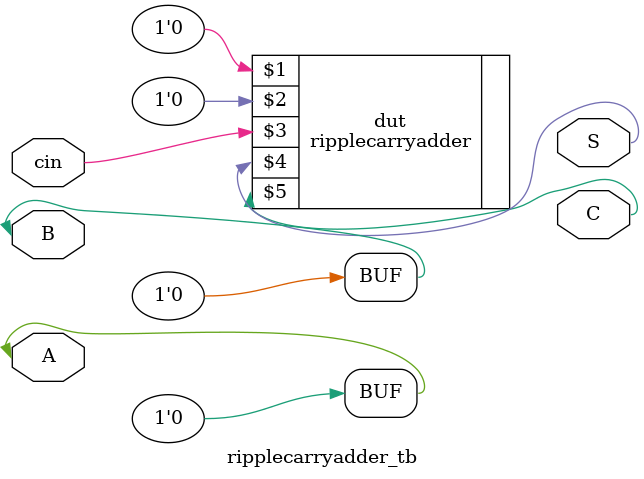
<source format=v>
module ripplecarryadder_tb(A,B,cin,S,C);
input wire A,B,cin;
output reg S,C;
  ripplecarryadder dut(A,B,cin,S,C);
  initial begin
    $monitor("Time=%0t A=%b B=%b cin=%b S=%b C=%b",A,B,cin,S,C);
    #1 A=4'b0010; B=4'b0001;
    #1 A=4'b1000; B=4'b1100;
  end
endmodule
    

</source>
